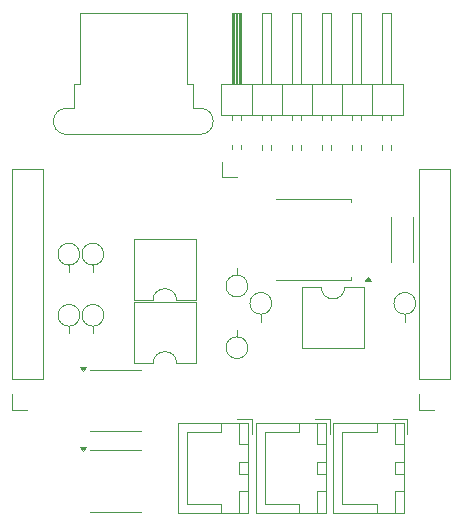
<source format=gbr>
%TF.GenerationSoftware,KiCad,Pcbnew,7.0.11*%
%TF.CreationDate,2025-01-20T01:35:25+09:00*%
%TF.ProjectId,Kicker,4b69636b-6572-42e6-9b69-6361645f7063,rev?*%
%TF.SameCoordinates,Original*%
%TF.FileFunction,Legend,Top*%
%TF.FilePolarity,Positive*%
%FSLAX46Y46*%
G04 Gerber Fmt 4.6, Leading zero omitted, Abs format (unit mm)*
G04 Created by KiCad (PCBNEW 7.0.11) date 2025-01-20 01:35:25*
%MOMM*%
%LPD*%
G01*
G04 APERTURE LIST*
%ADD10C,0.120000*%
G04 APERTURE END LIST*
D10*
%TO.C,J3*%
X151085000Y-79288000D02*
X151785000Y-79288000D01*
X151085000Y-81508000D02*
X162605000Y-81508000D01*
X151785000Y-77238000D02*
X151785000Y-79288000D01*
X151785000Y-77238000D02*
X152315000Y-77238000D01*
X152315000Y-71238000D02*
X152315000Y-77238000D01*
X152315000Y-71238000D02*
X161345000Y-71238000D01*
X161375000Y-71238000D02*
X161375000Y-77238000D01*
X161375000Y-77238000D02*
X161905000Y-77238000D01*
X161905000Y-77238000D02*
X161905000Y-79288000D01*
X161905000Y-79288000D02*
X162605000Y-79288000D01*
X151195000Y-79288001D02*
G75*
G03*
X151023271Y-81494634I1J-1109999D01*
G01*
X162495000Y-81508000D02*
G75*
G03*
X162495000Y-79288000I0J1110000D01*
G01*
%TO.C,J2*%
X183650000Y-102247416D02*
X183650000Y-84407416D01*
X183650000Y-102247416D02*
X180990000Y-102247416D01*
X183650000Y-84407416D02*
X180990000Y-84407416D01*
X182320000Y-104847416D02*
X180990000Y-104847416D01*
X180990000Y-104847416D02*
X180990000Y-103517416D01*
X180990000Y-102247416D02*
X180990000Y-84407416D01*
%TO.C,R1*%
X167640000Y-96728000D02*
X167640000Y-97348000D01*
X168560000Y-95808000D02*
G75*
G03*
X166720000Y-95808000I-920000J0D01*
G01*
X166720000Y-95808000D02*
G75*
G03*
X168560000Y-95808000I920000J0D01*
G01*
%TO.C,R7*%
X165618000Y-98643000D02*
X165618000Y-98023000D01*
X166538000Y-99563000D02*
G75*
G03*
X164698000Y-99563000I-920000J0D01*
G01*
X164698000Y-99563000D02*
G75*
G03*
X166538000Y-99563000I920000J0D01*
G01*
%TO.C,Q3*%
X153174000Y-106620000D02*
X157474000Y-106620000D01*
X157474000Y-101420000D02*
X153174000Y-101420000D01*
X152594000Y-101496703D02*
X152354000Y-101166703D01*
X152834000Y-101166703D01*
X152594000Y-101496703D01*
G36*
X152594000Y-101496703D02*
G01*
X152354000Y-101166703D01*
X152834000Y-101166703D01*
X152594000Y-101496703D01*
G37*
%TO.C,C1*%
X180042000Y-105628000D02*
X178792000Y-105628000D01*
X179752000Y-105918000D02*
X173782000Y-105918000D01*
X173782000Y-105918000D02*
X173782000Y-113538000D01*
X179742000Y-105928000D02*
X178992000Y-105928000D01*
X178992000Y-105928000D02*
X178992000Y-107728000D01*
X177492000Y-105928000D02*
X177492000Y-106678000D01*
X177492000Y-106678000D02*
X174542000Y-106678000D01*
X174542000Y-106678000D02*
X174542000Y-109728000D01*
X180042000Y-106878000D02*
X180042000Y-105628000D01*
X179742000Y-107728000D02*
X179742000Y-105928000D01*
X178992000Y-107728000D02*
X179742000Y-107728000D01*
X179742000Y-109228000D02*
X178992000Y-109228000D01*
X178992000Y-109228000D02*
X178992000Y-110228000D01*
X179742000Y-110228000D02*
X179742000Y-109228000D01*
X178992000Y-110228000D02*
X179742000Y-110228000D01*
X179742000Y-111728000D02*
X178992000Y-111728000D01*
X178992000Y-111728000D02*
X178992000Y-113528000D01*
X177492000Y-112778000D02*
X174542000Y-112778000D01*
X174542000Y-112778000D02*
X174542000Y-109728000D01*
X179742000Y-113528000D02*
X179742000Y-111728000D01*
X178992000Y-113528000D02*
X179742000Y-113528000D01*
X177492000Y-113528000D02*
X177492000Y-112778000D01*
X179752000Y-113538000D02*
X179752000Y-105918000D01*
X173782000Y-113538000D02*
X179752000Y-113538000D01*
%TO.C,R9*%
X151394000Y-97739000D02*
X151394000Y-98359000D01*
X152314000Y-96819000D02*
G75*
G03*
X150474000Y-96819000I-920000J0D01*
G01*
X150474000Y-96819000D02*
G75*
G03*
X152314000Y-96819000I920000J0D01*
G01*
%TO.C,J6*%
X166851000Y-105628000D02*
X165601000Y-105628000D01*
X166561000Y-105918000D02*
X160591000Y-105918000D01*
X160591000Y-105918000D02*
X160591000Y-113538000D01*
X166551000Y-105928000D02*
X165801000Y-105928000D01*
X165801000Y-105928000D02*
X165801000Y-107728000D01*
X164301000Y-105928000D02*
X164301000Y-106678000D01*
X164301000Y-106678000D02*
X161351000Y-106678000D01*
X161351000Y-106678000D02*
X161351000Y-109728000D01*
X166851000Y-106878000D02*
X166851000Y-105628000D01*
X166551000Y-107728000D02*
X166551000Y-105928000D01*
X165801000Y-107728000D02*
X166551000Y-107728000D01*
X166551000Y-109228000D02*
X165801000Y-109228000D01*
X165801000Y-109228000D02*
X165801000Y-110228000D01*
X166551000Y-110228000D02*
X166551000Y-109228000D01*
X165801000Y-110228000D02*
X166551000Y-110228000D01*
X166551000Y-111728000D02*
X165801000Y-111728000D01*
X165801000Y-111728000D02*
X165801000Y-113528000D01*
X164301000Y-112778000D02*
X161351000Y-112778000D01*
X161351000Y-112778000D02*
X161351000Y-109728000D01*
X166551000Y-113528000D02*
X166551000Y-111728000D01*
X165801000Y-113528000D02*
X166551000Y-113528000D01*
X164301000Y-113528000D02*
X164301000Y-112778000D01*
X166561000Y-113538000D02*
X166561000Y-105918000D01*
X160591000Y-113538000D02*
X166561000Y-113538000D01*
%TO.C,R8*%
X153426000Y-97739000D02*
X153426000Y-98359000D01*
X154346000Y-96819000D02*
G75*
G03*
X152506000Y-96819000I-920000J0D01*
G01*
X152506000Y-96819000D02*
G75*
G03*
X154346000Y-96819000I920000J0D01*
G01*
%TO.C,U1*%
X171096000Y-94423000D02*
X171096000Y-99623000D01*
X171096000Y-99623000D02*
X176396000Y-99623000D01*
X172746000Y-94423000D02*
X171096000Y-94423000D01*
X176396000Y-94423000D02*
X174746000Y-94423000D01*
X176396000Y-99623000D02*
X176396000Y-94423000D01*
X172746000Y-94423000D02*
G75*
G03*
X174746000Y-94423000I1000000J0D01*
G01*
%TO.C,Q2*%
X153174000Y-113466000D02*
X157474000Y-113466000D01*
X157474000Y-108266000D02*
X153174000Y-108266000D01*
X152594000Y-108342703D02*
X152354000Y-108012703D01*
X152834000Y-108012703D01*
X152594000Y-108342703D01*
G36*
X152594000Y-108342703D02*
G01*
X152354000Y-108012703D01*
X152834000Y-108012703D01*
X152594000Y-108342703D01*
G37*
%TO.C,Q1*%
X175308000Y-93871500D02*
X175308000Y-93601500D01*
X175308000Y-86971500D02*
X175308000Y-87241500D01*
X168888000Y-93871500D02*
X175308000Y-93871500D01*
X168888000Y-86971500D02*
X175308000Y-86971500D01*
X176968000Y-93891500D02*
X176488000Y-93891500D01*
X176728000Y-93561500D01*
X176968000Y-93891500D01*
G36*
X176968000Y-93891500D02*
G01*
X176488000Y-93891500D01*
X176728000Y-93561500D01*
X176968000Y-93891500D01*
G37*
%TO.C,R6*%
X151384000Y-92568000D02*
X151384000Y-93188000D01*
X152304000Y-91648000D02*
G75*
G03*
X150464000Y-91648000I-920000J0D01*
G01*
X150464000Y-91648000D02*
G75*
G03*
X152304000Y-91648000I920000J0D01*
G01*
%TO.C,R3*%
X180498000Y-88504000D02*
X180498000Y-92344000D01*
X178658000Y-88504000D02*
X178658000Y-92344000D01*
%TO.C,J4*%
X164338000Y-85152000D02*
X164338000Y-83882000D01*
X165608000Y-85152000D02*
X164338000Y-85152000D01*
X167768000Y-82839071D02*
X167768000Y-82384929D01*
X168528000Y-82839071D02*
X168528000Y-82384929D01*
X170308000Y-82839071D02*
X170308000Y-82384929D01*
X171068000Y-82839071D02*
X171068000Y-82384929D01*
X172848000Y-82839071D02*
X172848000Y-82384929D01*
X173608000Y-82839071D02*
X173608000Y-82384929D01*
X175388000Y-82839071D02*
X175388000Y-82384929D01*
X176148000Y-82839071D02*
X176148000Y-82384929D01*
X177928000Y-82839071D02*
X177928000Y-82384929D01*
X178688000Y-82839071D02*
X178688000Y-82384929D01*
X165228000Y-82772000D02*
X165228000Y-82384929D01*
X165988000Y-82772000D02*
X165988000Y-82384929D01*
X165228000Y-80299071D02*
X165228000Y-79902000D01*
X165988000Y-80299071D02*
X165988000Y-79902000D01*
X167768000Y-80299071D02*
X167768000Y-79902000D01*
X168528000Y-80299071D02*
X168528000Y-79902000D01*
X170308000Y-80299071D02*
X170308000Y-79902000D01*
X171068000Y-80299071D02*
X171068000Y-79902000D01*
X172848000Y-80299071D02*
X172848000Y-79902000D01*
X173608000Y-80299071D02*
X173608000Y-79902000D01*
X175388000Y-80299071D02*
X175388000Y-79902000D01*
X176148000Y-80299071D02*
X176148000Y-79902000D01*
X177928000Y-80299071D02*
X177928000Y-79902000D01*
X178688000Y-80299071D02*
X178688000Y-79902000D01*
X164278000Y-79902000D02*
X179638000Y-79902000D01*
X166878000Y-79902000D02*
X166878000Y-77242000D01*
X169418000Y-79902000D02*
X169418000Y-77242000D01*
X171958000Y-79902000D02*
X171958000Y-77242000D01*
X174498000Y-79902000D02*
X174498000Y-77242000D01*
X177038000Y-79902000D02*
X177038000Y-77242000D01*
X179638000Y-79902000D02*
X179638000Y-77242000D01*
X164278000Y-77242000D02*
X164278000Y-79902000D01*
X165228000Y-77242000D02*
X165228000Y-71242000D01*
X165288000Y-77242000D02*
X165288000Y-71242000D01*
X165408000Y-77242000D02*
X165408000Y-71242000D01*
X165528000Y-77242000D02*
X165528000Y-71242000D01*
X165648000Y-77242000D02*
X165648000Y-71242000D01*
X165768000Y-77242000D02*
X165768000Y-71242000D01*
X165888000Y-77242000D02*
X165888000Y-71242000D01*
X167768000Y-77242000D02*
X167768000Y-71242000D01*
X170308000Y-77242000D02*
X170308000Y-71242000D01*
X172848000Y-77242000D02*
X172848000Y-71242000D01*
X175388000Y-77242000D02*
X175388000Y-71242000D01*
X177928000Y-77242000D02*
X177928000Y-71242000D01*
X179638000Y-77242000D02*
X164278000Y-77242000D01*
X165228000Y-71242000D02*
X165988000Y-71242000D01*
X165988000Y-71242000D02*
X165988000Y-77242000D01*
X167768000Y-71242000D02*
X168528000Y-71242000D01*
X168528000Y-71242000D02*
X168528000Y-77242000D01*
X170308000Y-71242000D02*
X171068000Y-71242000D01*
X171068000Y-71242000D02*
X171068000Y-77242000D01*
X172848000Y-71242000D02*
X173608000Y-71242000D01*
X173608000Y-71242000D02*
X173608000Y-77242000D01*
X175388000Y-71242000D02*
X176148000Y-71242000D01*
X176148000Y-71242000D02*
X176148000Y-77242000D01*
X177928000Y-71242000D02*
X178688000Y-71242000D01*
X178688000Y-71242000D02*
X178688000Y-77242000D01*
%TO.C,J1*%
X149208000Y-102247416D02*
X149208000Y-84407416D01*
X149208000Y-102247416D02*
X146548000Y-102247416D01*
X149208000Y-84407416D02*
X146548000Y-84407416D01*
X147878000Y-104847416D02*
X146548000Y-104847416D01*
X146548000Y-104847416D02*
X146548000Y-103517416D01*
X146548000Y-102247416D02*
X146548000Y-84407416D01*
%TO.C,U3*%
X162172000Y-100893000D02*
X162172000Y-95693000D01*
X162172000Y-95693000D02*
X156872000Y-95693000D01*
X160522000Y-100893000D02*
X162172000Y-100893000D01*
X156872000Y-100893000D02*
X158522000Y-100893000D01*
X156872000Y-95693000D02*
X156872000Y-100893000D01*
X160522000Y-100893000D02*
G75*
G03*
X158522000Y-100893000I-1000000J0D01*
G01*
%TO.C,R4*%
X165608000Y-93422000D02*
X165608000Y-92802000D01*
X166528000Y-94342000D02*
G75*
G03*
X164688000Y-94342000I-920000J0D01*
G01*
X164688000Y-94342000D02*
G75*
G03*
X166528000Y-94342000I920000J0D01*
G01*
%TO.C,J5*%
X173455000Y-105628000D02*
X172205000Y-105628000D01*
X173165000Y-105918000D02*
X167195000Y-105918000D01*
X167195000Y-105918000D02*
X167195000Y-113538000D01*
X173155000Y-105928000D02*
X172405000Y-105928000D01*
X172405000Y-105928000D02*
X172405000Y-107728000D01*
X170905000Y-105928000D02*
X170905000Y-106678000D01*
X170905000Y-106678000D02*
X167955000Y-106678000D01*
X167955000Y-106678000D02*
X167955000Y-109728000D01*
X173455000Y-106878000D02*
X173455000Y-105628000D01*
X173155000Y-107728000D02*
X173155000Y-105928000D01*
X172405000Y-107728000D02*
X173155000Y-107728000D01*
X173155000Y-109228000D02*
X172405000Y-109228000D01*
X172405000Y-109228000D02*
X172405000Y-110228000D01*
X173155000Y-110228000D02*
X173155000Y-109228000D01*
X172405000Y-110228000D02*
X173155000Y-110228000D01*
X173155000Y-111728000D02*
X172405000Y-111728000D01*
X172405000Y-111728000D02*
X172405000Y-113528000D01*
X170905000Y-112778000D02*
X167955000Y-112778000D01*
X167955000Y-112778000D02*
X167955000Y-109728000D01*
X173155000Y-113528000D02*
X173155000Y-111728000D01*
X172405000Y-113528000D02*
X173155000Y-113528000D01*
X170905000Y-113528000D02*
X170905000Y-112778000D01*
X173165000Y-113538000D02*
X173165000Y-105918000D01*
X167195000Y-113538000D02*
X173165000Y-113538000D01*
%TO.C,R2*%
X179832000Y-96728000D02*
X179832000Y-97348000D01*
X180752000Y-95808000D02*
G75*
G03*
X178912000Y-95808000I-920000J0D01*
G01*
X178912000Y-95808000D02*
G75*
G03*
X180752000Y-95808000I920000J0D01*
G01*
%TO.C,R5*%
X153416000Y-92568000D02*
X153416000Y-93188000D01*
X154336000Y-91648000D02*
G75*
G03*
X152496000Y-91648000I-920000J0D01*
G01*
X152496000Y-91648000D02*
G75*
G03*
X154336000Y-91648000I920000J0D01*
G01*
%TO.C,U2*%
X162162000Y-95564000D02*
X162162000Y-90364000D01*
X162162000Y-90364000D02*
X156862000Y-90364000D01*
X160512000Y-95564000D02*
X162162000Y-95564000D01*
X156862000Y-95564000D02*
X158512000Y-95564000D01*
X156862000Y-90364000D02*
X156862000Y-95564000D01*
X160512000Y-95564000D02*
G75*
G03*
X158512000Y-95564000I-1000000J0D01*
G01*
%TD*%
M02*

</source>
